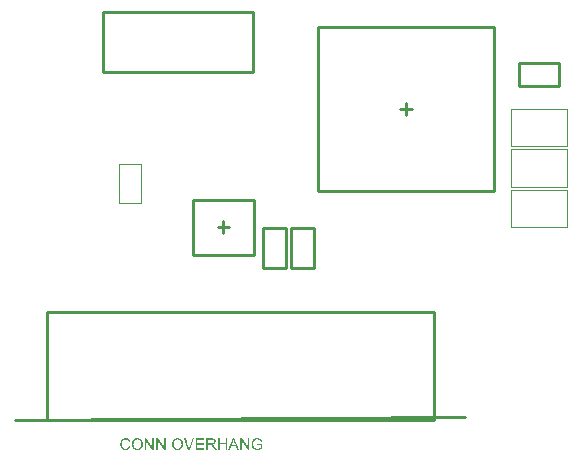
<source format=gbr>
%TF.GenerationSoftware,Altium Limited,Altium Designer,24.2.2 (26)*%
G04 Layer_Color=32768*
%FSLAX45Y45*%
%MOMM*%
%TF.SameCoordinates,49D751E1-909A-4D1D-99CC-CC6D119DB9C5*%
%TF.FilePolarity,Positive*%
%TF.FileFunction,Other,Mechanical_15*%
%TF.Part,Single*%
G01*
G75*
%TA.AperFunction,NonConductor*%
%ADD36C,0.25400*%
%ADD59C,0.05000*%
G36*
X1948331Y-5614908D02*
X1949386Y-5614978D01*
X1950653Y-5615049D01*
X1952060Y-5615260D01*
X1953678Y-5615471D01*
X1955507Y-5615752D01*
X1957407Y-5616174D01*
X1959377Y-5616667D01*
X1961417Y-5617230D01*
X1963458Y-5618004D01*
X1965498Y-5618848D01*
X1967609Y-5619833D01*
X1969579Y-5620959D01*
X1971479Y-5622296D01*
X1971619Y-5622366D01*
X1971901Y-5622647D01*
X1972464Y-5623070D01*
X1973097Y-5623703D01*
X1973941Y-5624406D01*
X1974856Y-5625391D01*
X1975841Y-5626447D01*
X1976967Y-5627713D01*
X1978092Y-5629120D01*
X1979288Y-5630668D01*
X1980414Y-5632427D01*
X1981540Y-5634256D01*
X1982666Y-5636297D01*
X1983651Y-5638478D01*
X1984636Y-5640800D01*
X1985410Y-5643262D01*
X1972745Y-5646217D01*
X1972675Y-5646077D01*
X1972604Y-5645725D01*
X1972393Y-5645232D01*
X1972112Y-5644458D01*
X1971760Y-5643614D01*
X1971338Y-5642629D01*
X1970775Y-5641503D01*
X1970212Y-5640307D01*
X1969579Y-5639041D01*
X1968805Y-5637774D01*
X1968031Y-5636508D01*
X1967116Y-5635171D01*
X1966131Y-5633975D01*
X1965146Y-5632779D01*
X1964021Y-5631724D01*
X1962825Y-5630739D01*
X1962754Y-5630668D01*
X1962543Y-5630527D01*
X1962191Y-5630316D01*
X1961699Y-5629965D01*
X1961066Y-5629613D01*
X1960292Y-5629191D01*
X1959377Y-5628769D01*
X1958392Y-5628276D01*
X1957266Y-5627854D01*
X1956070Y-5627432D01*
X1954733Y-5627010D01*
X1953326Y-5626658D01*
X1951778Y-5626306D01*
X1950160Y-5626095D01*
X1948472Y-5625954D01*
X1946642Y-5625884D01*
X1945587D01*
X1944813Y-5625954D01*
X1943828Y-5626025D01*
X1942702Y-5626165D01*
X1941436Y-5626306D01*
X1940099Y-5626587D01*
X1938621Y-5626869D01*
X1937144Y-5627221D01*
X1935596Y-5627643D01*
X1933978Y-5628135D01*
X1932430Y-5628769D01*
X1930882Y-5629542D01*
X1929334Y-5630316D01*
X1927857Y-5631301D01*
X1927786Y-5631372D01*
X1927505Y-5631512D01*
X1927153Y-5631864D01*
X1926661Y-5632286D01*
X1926027Y-5632849D01*
X1925324Y-5633483D01*
X1924550Y-5634256D01*
X1923706Y-5635101D01*
X1922861Y-5636086D01*
X1921947Y-5637141D01*
X1921102Y-5638337D01*
X1920258Y-5639674D01*
X1919414Y-5641011D01*
X1918640Y-5642488D01*
X1917936Y-5644036D01*
X1917303Y-5645725D01*
Y-5645795D01*
X1917162Y-5646147D01*
X1917022Y-5646639D01*
X1916810Y-5647273D01*
X1916599Y-5648117D01*
X1916318Y-5649102D01*
X1916107Y-5650228D01*
X1915825Y-5651494D01*
X1915544Y-5652831D01*
X1915263Y-5654308D01*
X1914981Y-5655856D01*
X1914770Y-5657475D01*
X1914418Y-5660852D01*
X1914348Y-5662611D01*
X1914278Y-5664440D01*
Y-5664581D01*
Y-5665003D01*
Y-5665636D01*
X1914348Y-5666551D01*
X1914418Y-5667606D01*
X1914489Y-5668873D01*
X1914559Y-5670280D01*
X1914700Y-5671757D01*
X1914911Y-5673446D01*
X1915122Y-5675205D01*
X1915825Y-5678793D01*
X1916177Y-5680693D01*
X1916670Y-5682522D01*
X1917233Y-5684351D01*
X1917866Y-5686110D01*
X1917936Y-5686181D01*
X1918007Y-5686532D01*
X1918218Y-5686955D01*
X1918569Y-5687588D01*
X1918921Y-5688362D01*
X1919414Y-5689276D01*
X1919977Y-5690261D01*
X1920610Y-5691317D01*
X1921384Y-5692372D01*
X1922228Y-5693498D01*
X1923143Y-5694694D01*
X1924128Y-5695820D01*
X1925253Y-5696945D01*
X1926450Y-5698001D01*
X1927716Y-5698986D01*
X1929123Y-5699900D01*
X1929194Y-5699971D01*
X1929475Y-5700112D01*
X1929897Y-5700323D01*
X1930460Y-5700604D01*
X1931164Y-5700956D01*
X1932008Y-5701378D01*
X1932993Y-5701730D01*
X1934048Y-5702152D01*
X1935244Y-5702644D01*
X1936511Y-5702996D01*
X1937918Y-5703418D01*
X1939325Y-5703770D01*
X1940873Y-5704052D01*
X1942421Y-5704263D01*
X1944039Y-5704403D01*
X1945657Y-5704474D01*
X1946150D01*
X1946713Y-5704403D01*
X1947487D01*
X1948401Y-5704263D01*
X1949457Y-5704122D01*
X1950723Y-5703981D01*
X1951989Y-5703700D01*
X1953397Y-5703348D01*
X1954874Y-5702926D01*
X1956422Y-5702433D01*
X1957970Y-5701870D01*
X1959518Y-5701167D01*
X1961066Y-5700323D01*
X1962543Y-5699338D01*
X1964021Y-5698282D01*
X1964091Y-5698212D01*
X1964372Y-5698001D01*
X1964724Y-5697649D01*
X1965217Y-5697086D01*
X1965850Y-5696453D01*
X1966554Y-5695679D01*
X1967328Y-5694694D01*
X1968101Y-5693639D01*
X1968946Y-5692372D01*
X1969790Y-5691035D01*
X1970705Y-5689487D01*
X1971479Y-5687799D01*
X1972323Y-5686040D01*
X1973027Y-5684070D01*
X1973660Y-5682030D01*
X1974223Y-5679778D01*
X1987098Y-5683015D01*
Y-5683085D01*
X1987028Y-5683226D01*
X1986957Y-5683437D01*
X1986887Y-5683718D01*
X1986817Y-5684070D01*
X1986676Y-5684562D01*
X1986324Y-5685618D01*
X1985832Y-5686955D01*
X1985269Y-5688432D01*
X1984565Y-5690121D01*
X1983721Y-5691950D01*
X1982806Y-5693920D01*
X1981751Y-5695890D01*
X1980555Y-5697860D01*
X1979218Y-5699900D01*
X1977741Y-5701870D01*
X1976122Y-5703770D01*
X1974363Y-5705529D01*
X1972464Y-5707218D01*
X1972323Y-5707288D01*
X1971971Y-5707569D01*
X1971408Y-5707992D01*
X1970564Y-5708484D01*
X1969579Y-5709117D01*
X1968313Y-5709821D01*
X1966905Y-5710595D01*
X1965287Y-5711369D01*
X1963528Y-5712143D01*
X1961558Y-5712917D01*
X1959447Y-5713620D01*
X1957196Y-5714253D01*
X1954733Y-5714746D01*
X1952201Y-5715168D01*
X1949527Y-5715450D01*
X1946713Y-5715520D01*
X1945657D01*
X1945165Y-5715450D01*
X1944109D01*
X1942773Y-5715309D01*
X1941225Y-5715168D01*
X1939466Y-5714957D01*
X1937636Y-5714746D01*
X1935596Y-5714394D01*
X1933556Y-5713972D01*
X1931375Y-5713409D01*
X1929264Y-5712846D01*
X1927153Y-5712072D01*
X1925042Y-5711228D01*
X1923002Y-5710243D01*
X1921102Y-5709117D01*
X1920962Y-5709047D01*
X1920680Y-5708836D01*
X1920188Y-5708414D01*
X1919484Y-5707921D01*
X1918640Y-5707288D01*
X1917725Y-5706444D01*
X1916670Y-5705529D01*
X1915544Y-5704403D01*
X1914348Y-5703137D01*
X1913152Y-5701800D01*
X1911885Y-5700252D01*
X1910619Y-5698634D01*
X1909423Y-5696805D01*
X1908227Y-5694905D01*
X1907101Y-5692794D01*
X1906116Y-5690613D01*
Y-5690543D01*
X1906046Y-5690472D01*
X1905905Y-5690050D01*
X1905624Y-5689417D01*
X1905342Y-5688502D01*
X1904920Y-5687377D01*
X1904498Y-5686040D01*
X1904005Y-5684492D01*
X1903583Y-5682803D01*
X1903091Y-5680904D01*
X1902598Y-5678863D01*
X1902176Y-5676753D01*
X1901754Y-5674431D01*
X1901472Y-5672109D01*
X1901191Y-5669647D01*
X1901050Y-5667114D01*
X1900980Y-5664510D01*
Y-5664440D01*
Y-5664299D01*
Y-5664088D01*
Y-5663807D01*
Y-5663455D01*
X1901050Y-5663033D01*
Y-5661977D01*
X1901191Y-5660641D01*
X1901261Y-5659093D01*
X1901472Y-5657334D01*
X1901684Y-5655434D01*
X1902035Y-5653464D01*
X1902387Y-5651353D01*
X1902880Y-5649102D01*
X1903442Y-5646851D01*
X1904076Y-5644599D01*
X1904850Y-5642348D01*
X1905764Y-5640167D01*
X1906749Y-5637985D01*
X1906820Y-5637845D01*
X1907031Y-5637493D01*
X1907383Y-5636930D01*
X1907805Y-5636086D01*
X1908438Y-5635171D01*
X1909141Y-5634116D01*
X1910056Y-5632849D01*
X1911041Y-5631583D01*
X1912097Y-5630246D01*
X1913363Y-5628769D01*
X1914700Y-5627361D01*
X1916177Y-5625954D01*
X1917796Y-5624547D01*
X1919484Y-5623210D01*
X1921313Y-5621944D01*
X1923283Y-5620748D01*
X1923424Y-5620677D01*
X1923776Y-5620466D01*
X1924339Y-5620185D01*
X1925183Y-5619833D01*
X1926168Y-5619341D01*
X1927364Y-5618848D01*
X1928771Y-5618356D01*
X1930249Y-5617793D01*
X1931937Y-5617230D01*
X1933767Y-5616737D01*
X1935737Y-5616174D01*
X1937777Y-5615752D01*
X1939958Y-5615401D01*
X1942210Y-5615119D01*
X1944532Y-5614908D01*
X1946924Y-5614838D01*
X1947909D01*
X1948331Y-5614908D01*
D02*
G37*
G36*
X3062731Y-5614908D02*
X3063716D01*
X3064772Y-5615048D01*
X3065968Y-5615119D01*
X3067305Y-5615260D01*
X3068782Y-5615471D01*
X3070260Y-5615682D01*
X3073496Y-5616315D01*
X3075114Y-5616667D01*
X3076803Y-5617159D01*
X3078421Y-5617652D01*
X3080039Y-5618285D01*
X3080110Y-5618355D01*
X3080391Y-5618426D01*
X3080884Y-5618637D01*
X3081446Y-5618918D01*
X3082150Y-5619270D01*
X3082994Y-5619692D01*
X3083909Y-5620185D01*
X3084964Y-5620747D01*
X3086020Y-5621451D01*
X3087075Y-5622155D01*
X3089327Y-5623773D01*
X3091508Y-5625673D01*
X3092563Y-5626728D01*
X3093478Y-5627854D01*
X3093548Y-5627924D01*
X3093689Y-5628135D01*
X3093970Y-5628487D01*
X3094252Y-5628979D01*
X3094674Y-5629542D01*
X3095166Y-5630316D01*
X3095659Y-5631160D01*
X3096222Y-5632145D01*
X3096785Y-5633201D01*
X3097418Y-5634467D01*
X3098051Y-5635734D01*
X3098614Y-5637141D01*
X3099247Y-5638689D01*
X3099810Y-5640307D01*
X3100373Y-5641996D01*
X3100865Y-5643825D01*
X3089256Y-5646991D01*
Y-5646921D01*
X3089186Y-5646639D01*
X3089045Y-5646287D01*
X3088834Y-5645725D01*
X3088623Y-5645162D01*
X3088412Y-5644388D01*
X3088060Y-5643614D01*
X3087779Y-5642699D01*
X3086934Y-5640870D01*
X3086020Y-5638900D01*
X3084964Y-5637000D01*
X3084402Y-5636156D01*
X3083768Y-5635312D01*
X3083698Y-5635241D01*
X3083628Y-5635100D01*
X3083416Y-5634889D01*
X3083205Y-5634608D01*
X3082854Y-5634256D01*
X3082431Y-5633834D01*
X3081939Y-5633342D01*
X3081376Y-5632849D01*
X3080743Y-5632286D01*
X3080110Y-5631723D01*
X3078491Y-5630598D01*
X3076592Y-5629472D01*
X3074481Y-5628487D01*
X3074411D01*
X3074200Y-5628346D01*
X3073848Y-5628276D01*
X3073426Y-5628065D01*
X3072863Y-5627854D01*
X3072159Y-5627643D01*
X3071385Y-5627431D01*
X3070541Y-5627150D01*
X3069626Y-5626939D01*
X3068571Y-5626728D01*
X3067445Y-5626517D01*
X3066319Y-5626306D01*
X3063787Y-5626024D01*
X3061113Y-5625884D01*
X3060269D01*
X3059635Y-5625954D01*
X3058862D01*
X3057947Y-5626024D01*
X3056962Y-5626095D01*
X3055907Y-5626235D01*
X3054710Y-5626376D01*
X3053444Y-5626517D01*
X3050911Y-5627009D01*
X3048308Y-5627713D01*
X3045775Y-5628628D01*
X3045705D01*
X3045494Y-5628768D01*
X3045142Y-5628909D01*
X3044720Y-5629120D01*
X3044157Y-5629401D01*
X3043524Y-5629683D01*
X3042820Y-5630105D01*
X3042116Y-5630527D01*
X3040428Y-5631512D01*
X3038739Y-5632779D01*
X3036980Y-5634186D01*
X3035432Y-5635734D01*
X3035362Y-5635804D01*
X3035292Y-5635945D01*
X3035081Y-5636156D01*
X3034799Y-5636508D01*
X3034447Y-5636930D01*
X3034096Y-5637352D01*
X3033673Y-5637915D01*
X3033181Y-5638548D01*
X3032196Y-5639955D01*
X3031140Y-5641573D01*
X3030155Y-5643403D01*
X3029241Y-5645302D01*
X3029170Y-5645373D01*
X3029100Y-5645725D01*
X3028889Y-5646217D01*
X3028678Y-5646850D01*
X3028397Y-5647695D01*
X3028115Y-5648680D01*
X3027763Y-5649876D01*
X3027412Y-5651142D01*
X3027060Y-5652549D01*
X3026708Y-5654027D01*
X3026427Y-5655645D01*
X3026145Y-5657404D01*
X3025934Y-5659163D01*
X3025723Y-5661063D01*
X3025653Y-5662962D01*
X3025582Y-5664932D01*
Y-5665003D01*
Y-5665073D01*
Y-5665495D01*
Y-5666199D01*
X3025653Y-5667113D01*
X3025723Y-5668239D01*
X3025793Y-5669506D01*
X3025934Y-5670983D01*
X3026145Y-5672531D01*
X3026356Y-5674220D01*
X3026638Y-5675978D01*
X3027060Y-5677808D01*
X3027482Y-5679637D01*
X3027974Y-5681466D01*
X3028537Y-5683296D01*
X3029241Y-5685055D01*
X3030015Y-5686743D01*
X3030085Y-5686814D01*
X3030226Y-5687095D01*
X3030507Y-5687588D01*
X3030859Y-5688150D01*
X3031352Y-5688924D01*
X3031914Y-5689698D01*
X3032548Y-5690613D01*
X3033322Y-5691598D01*
X3034236Y-5692653D01*
X3035221Y-5693709D01*
X3036277Y-5694834D01*
X3037473Y-5695890D01*
X3038739Y-5696945D01*
X3040076Y-5697930D01*
X3041553Y-5698845D01*
X3043101Y-5699689D01*
X3043172Y-5699759D01*
X3043524Y-5699900D01*
X3043946Y-5700111D01*
X3044579Y-5700322D01*
X3045353Y-5700674D01*
X3046338Y-5701026D01*
X3047393Y-5701378D01*
X3048589Y-5701800D01*
X3049926Y-5702222D01*
X3051333Y-5702574D01*
X3052811Y-5702926D01*
X3054359Y-5703277D01*
X3056047Y-5703488D01*
X3057736Y-5703700D01*
X3059495Y-5703840D01*
X3061254Y-5703911D01*
X3062098D01*
X3062661Y-5703840D01*
X3063435D01*
X3064349Y-5703770D01*
X3065334Y-5703629D01*
X3066460Y-5703488D01*
X3067656Y-5703348D01*
X3068923Y-5703137D01*
X3071667Y-5702574D01*
X3074622Y-5701800D01*
X3076099Y-5701307D01*
X3077577Y-5700745D01*
X3077647Y-5700674D01*
X3077929Y-5700604D01*
X3078351Y-5700393D01*
X3078914Y-5700182D01*
X3079547Y-5699900D01*
X3080321Y-5699548D01*
X3081165Y-5699126D01*
X3082080Y-5698634D01*
X3084050Y-5697649D01*
X3086090Y-5696453D01*
X3088060Y-5695186D01*
X3088904Y-5694553D01*
X3089749Y-5693849D01*
Y-5675697D01*
X3061113D01*
Y-5664229D01*
X3102343D01*
Y-5700393D01*
X3102202Y-5700463D01*
X3101921Y-5700745D01*
X3101428Y-5701096D01*
X3100725Y-5701659D01*
X3099810Y-5702222D01*
X3098825Y-5702996D01*
X3097629Y-5703770D01*
X3096362Y-5704614D01*
X3094885Y-5705529D01*
X3093407Y-5706444D01*
X3091789Y-5707429D01*
X3090030Y-5708343D01*
X3086442Y-5710172D01*
X3084613Y-5710946D01*
X3082713Y-5711720D01*
X3082572Y-5711791D01*
X3082291Y-5711861D01*
X3081728Y-5712072D01*
X3080954Y-5712283D01*
X3080039Y-5712565D01*
X3078984Y-5712916D01*
X3077717Y-5713268D01*
X3076381Y-5713620D01*
X3074833Y-5713972D01*
X3073215Y-5714324D01*
X3071526Y-5714605D01*
X3069767Y-5714957D01*
X3065968Y-5715379D01*
X3063998Y-5715449D01*
X3062028Y-5715520D01*
X3061043D01*
X3060620Y-5715449D01*
X3059635D01*
X3058369Y-5715309D01*
X3056892Y-5715168D01*
X3055203Y-5715027D01*
X3053374Y-5714746D01*
X3051404Y-5714394D01*
X3049363Y-5714042D01*
X3047182Y-5713550D01*
X3044931Y-5712916D01*
X3042679Y-5712213D01*
X3040428Y-5711439D01*
X3038176Y-5710454D01*
X3035925Y-5709399D01*
X3035784Y-5709328D01*
X3035432Y-5709117D01*
X3034799Y-5708765D01*
X3034025Y-5708273D01*
X3033040Y-5707640D01*
X3031914Y-5706866D01*
X3030648Y-5705951D01*
X3029311Y-5704896D01*
X3027904Y-5703700D01*
X3026427Y-5702363D01*
X3024949Y-5700956D01*
X3023471Y-5699337D01*
X3022064Y-5697578D01*
X3020657Y-5695749D01*
X3019391Y-5693779D01*
X3018195Y-5691668D01*
X3018124Y-5691528D01*
X3017913Y-5691105D01*
X3017632Y-5690472D01*
X3017280Y-5689628D01*
X3016858Y-5688502D01*
X3016295Y-5687236D01*
X3015802Y-5685688D01*
X3015240Y-5684070D01*
X3014677Y-5682170D01*
X3014184Y-5680200D01*
X3013692Y-5678089D01*
X3013199Y-5675767D01*
X3012847Y-5673375D01*
X3012566Y-5670913D01*
X3012355Y-5668380D01*
X3012285Y-5665706D01*
Y-5665636D01*
Y-5665566D01*
Y-5665354D01*
Y-5665073D01*
Y-5664721D01*
X3012355Y-5664299D01*
Y-5663314D01*
X3012496Y-5662048D01*
X3012566Y-5660570D01*
X3012777Y-5658881D01*
X3013058Y-5657052D01*
X3013340Y-5655082D01*
X3013762Y-5652971D01*
X3014184Y-5650790D01*
X3014747Y-5648539D01*
X3015451Y-5646217D01*
X3016225Y-5643825D01*
X3017139Y-5641503D01*
X3018195Y-5639181D01*
Y-5639111D01*
X3018265Y-5639041D01*
X3018476Y-5638618D01*
X3018828Y-5637985D01*
X3019320Y-5637141D01*
X3019883Y-5636156D01*
X3020657Y-5634960D01*
X3021572Y-5633623D01*
X3022557Y-5632216D01*
X3023683Y-5630738D01*
X3024949Y-5629261D01*
X3026356Y-5627713D01*
X3027904Y-5626235D01*
X3029593Y-5624758D01*
X3031352Y-5623351D01*
X3033251Y-5622014D01*
X3035292Y-5620818D01*
X3035432Y-5620747D01*
X3035784Y-5620536D01*
X3036417Y-5620255D01*
X3037262Y-5619903D01*
X3038317Y-5619411D01*
X3039583Y-5618918D01*
X3041061Y-5618355D01*
X3042679Y-5617792D01*
X3044509Y-5617300D01*
X3046479Y-5616737D01*
X3048589Y-5616245D01*
X3050841Y-5615752D01*
X3053233Y-5615400D01*
X3055695Y-5615119D01*
X3058299Y-5614908D01*
X3060972Y-5614837D01*
X3062028D01*
X3062731Y-5614908D01*
D02*
G37*
G36*
X2805151Y-5713901D02*
X2792275D01*
Y-5668028D01*
X2741758D01*
Y-5713901D01*
X2728883D01*
Y-5616526D01*
X2741758D01*
Y-5656560D01*
X2792275D01*
Y-5616526D01*
X2805151D01*
Y-5713901D01*
D02*
G37*
G36*
X2993851D02*
X2980553D01*
X2929544Y-5637493D01*
Y-5713901D01*
X2917161D01*
Y-5616526D01*
X2930388D01*
X2981468Y-5693005D01*
Y-5616526D01*
X2993851D01*
Y-5713901D01*
D02*
G37*
G36*
X2283516Y-5713902D02*
X2270219D01*
X2219209Y-5637493D01*
Y-5713902D01*
X2206826D01*
Y-5616526D01*
X2220053D01*
X2271133Y-5693005D01*
Y-5616526D01*
X2283516D01*
Y-5713902D01*
D02*
G37*
G36*
X2185297D02*
X2171999D01*
X2120989Y-5637493D01*
Y-5713902D01*
X2108606D01*
Y-5616526D01*
X2121834D01*
X2172914Y-5693005D01*
Y-5616526D01*
X2185297D01*
Y-5713902D01*
D02*
G37*
G36*
X2489806D02*
X2476508D01*
X2438796Y-5616526D01*
X2452798D01*
X2478056Y-5687306D01*
X2478127Y-5687377D01*
X2478197Y-5687658D01*
X2478338Y-5688151D01*
X2478549Y-5688784D01*
X2478830Y-5689487D01*
X2479112Y-5690402D01*
X2479463Y-5691387D01*
X2479886Y-5692513D01*
X2480237Y-5693709D01*
X2480660Y-5694975D01*
X2481504Y-5697649D01*
X2482418Y-5700463D01*
X2483192Y-5703278D01*
Y-5703207D01*
X2483263Y-5702926D01*
X2483403Y-5702504D01*
X2483615Y-5701941D01*
X2483826Y-5701167D01*
X2484037Y-5700323D01*
X2484388Y-5699338D01*
X2484670Y-5698282D01*
X2485092Y-5697157D01*
X2485444Y-5695890D01*
X2485936Y-5694553D01*
X2486359Y-5693216D01*
X2487344Y-5690261D01*
X2488469Y-5687306D01*
X2514783Y-5616526D01*
X2527940D01*
X2489806Y-5713902D01*
D02*
G37*
G36*
X2907029Y-5713901D02*
X2892395D01*
X2881137Y-5684421D01*
X2840259D01*
X2829635Y-5713901D01*
X2816056D01*
X2853416Y-5616526D01*
X2867206D01*
X2907029Y-5713901D01*
D02*
G37*
G36*
X2675622Y-5616596D02*
X2676747D01*
X2678014Y-5616667D01*
X2679350Y-5616737D01*
X2680898Y-5616878D01*
X2682446Y-5617018D01*
X2684064Y-5617159D01*
X2687371Y-5617652D01*
X2688919Y-5617933D01*
X2690467Y-5618285D01*
X2691945Y-5618707D01*
X2693281Y-5619200D01*
X2693352D01*
X2693563Y-5619340D01*
X2693915Y-5619481D01*
X2694407Y-5619692D01*
X2694970Y-5619974D01*
X2695603Y-5620396D01*
X2696377Y-5620818D01*
X2697151Y-5621310D01*
X2697995Y-5621944D01*
X2698910Y-5622577D01*
X2699825Y-5623351D01*
X2700739Y-5624195D01*
X2701584Y-5625180D01*
X2702498Y-5626165D01*
X2703343Y-5627291D01*
X2704117Y-5628487D01*
X2704187Y-5628557D01*
X2704328Y-5628768D01*
X2704468Y-5629120D01*
X2704750Y-5629613D01*
X2705031Y-5630246D01*
X2705383Y-5631020D01*
X2705805Y-5631864D01*
X2706157Y-5632779D01*
X2706509Y-5633834D01*
X2706931Y-5634960D01*
X2707283Y-5636156D01*
X2707564Y-5637422D01*
X2707845Y-5638759D01*
X2708057Y-5640166D01*
X2708127Y-5641644D01*
X2708197Y-5643121D01*
Y-5643262D01*
Y-5643543D01*
X2708127Y-5644106D01*
Y-5644880D01*
X2707986Y-5645725D01*
X2707845Y-5646780D01*
X2707634Y-5647906D01*
X2707353Y-5649172D01*
X2707001Y-5650509D01*
X2706579Y-5651916D01*
X2706016Y-5653394D01*
X2705383Y-5654871D01*
X2704609Y-5656349D01*
X2703694Y-5657756D01*
X2702639Y-5659233D01*
X2701443Y-5660570D01*
X2701373Y-5660640D01*
X2701161Y-5660852D01*
X2700739Y-5661203D01*
X2700176Y-5661696D01*
X2699473Y-5662259D01*
X2698558Y-5662892D01*
X2697573Y-5663595D01*
X2696377Y-5664369D01*
X2694970Y-5665143D01*
X2693492Y-5665917D01*
X2691734Y-5666621D01*
X2689904Y-5667395D01*
X2687864Y-5668028D01*
X2685683Y-5668661D01*
X2683291Y-5669154D01*
X2680758Y-5669576D01*
X2680828D01*
X2680969Y-5669717D01*
X2681250Y-5669787D01*
X2681602Y-5669998D01*
X2682024Y-5670209D01*
X2682517Y-5670491D01*
X2683642Y-5671124D01*
X2684909Y-5671827D01*
X2686175Y-5672672D01*
X2687371Y-5673516D01*
X2688497Y-5674431D01*
X2688567Y-5674501D01*
X2688778Y-5674642D01*
X2689060Y-5674993D01*
X2689482Y-5675345D01*
X2689975Y-5675908D01*
X2690537Y-5676471D01*
X2691241Y-5677175D01*
X2691945Y-5678019D01*
X2692719Y-5678934D01*
X2693563Y-5679919D01*
X2694477Y-5680974D01*
X2695392Y-5682100D01*
X2696307Y-5683366D01*
X2697292Y-5684633D01*
X2699191Y-5687447D01*
X2716007Y-5713901D01*
X2699895D01*
X2687020Y-5693638D01*
X2686949Y-5693568D01*
X2686738Y-5693287D01*
X2686457Y-5692794D01*
X2686105Y-5692231D01*
X2685612Y-5691457D01*
X2685049Y-5690613D01*
X2684416Y-5689698D01*
X2683783Y-5688713D01*
X2682306Y-5686532D01*
X2680758Y-5684281D01*
X2679210Y-5682170D01*
X2678436Y-5681185D01*
X2677732Y-5680270D01*
X2677662Y-5680200D01*
X2677592Y-5680059D01*
X2677380Y-5679848D01*
X2677099Y-5679496D01*
X2676395Y-5678652D01*
X2675551Y-5677667D01*
X2674496Y-5676612D01*
X2673440Y-5675486D01*
X2672315Y-5674501D01*
X2671189Y-5673727D01*
X2671048Y-5673657D01*
X2670696Y-5673446D01*
X2670134Y-5673094D01*
X2669360Y-5672742D01*
X2668515Y-5672320D01*
X2667530Y-5671827D01*
X2666475Y-5671476D01*
X2665349Y-5671124D01*
X2665279D01*
X2664927Y-5671053D01*
X2664364Y-5670983D01*
X2663661Y-5670842D01*
X2662676Y-5670772D01*
X2661409Y-5670702D01*
X2659932Y-5670631D01*
X2643257D01*
Y-5713901D01*
X2630381D01*
Y-5616526D01*
X2674777D01*
X2675622Y-5616596D01*
D02*
G37*
G36*
X2610118Y-5627995D02*
X2552636D01*
Y-5657826D01*
X2606460D01*
Y-5669295D01*
X2552636D01*
Y-5702433D01*
X2612370D01*
Y-5713902D01*
X2539760D01*
Y-5616526D01*
X2610118D01*
Y-5627995D01*
D02*
G37*
G36*
X2386943Y-5614908D02*
X2387857D01*
X2389053Y-5615049D01*
X2390461Y-5615189D01*
X2392008Y-5615401D01*
X2393697Y-5615612D01*
X2395526Y-5615963D01*
X2397496Y-5616386D01*
X2399537Y-5616948D01*
X2401577Y-5617582D01*
X2403688Y-5618285D01*
X2405799Y-5619200D01*
X2407909Y-5620185D01*
X2409950Y-5621311D01*
X2410090Y-5621381D01*
X2410442Y-5621592D01*
X2411005Y-5621944D01*
X2411709Y-5622507D01*
X2412623Y-5623140D01*
X2413679Y-5623914D01*
X2414804Y-5624899D01*
X2416071Y-5625954D01*
X2417408Y-5627150D01*
X2418744Y-5628487D01*
X2420152Y-5629965D01*
X2421488Y-5631583D01*
X2422825Y-5633342D01*
X2424162Y-5635171D01*
X2425358Y-5637141D01*
X2426484Y-5639252D01*
X2426554Y-5639393D01*
X2426765Y-5639744D01*
X2427047Y-5640378D01*
X2427398Y-5641292D01*
X2427821Y-5642348D01*
X2428313Y-5643684D01*
X2428806Y-5645162D01*
X2429369Y-5646851D01*
X2429861Y-5648680D01*
X2430354Y-5650720D01*
X2430846Y-5652831D01*
X2431268Y-5655153D01*
X2431690Y-5657545D01*
X2431972Y-5660078D01*
X2432112Y-5662681D01*
X2432183Y-5665355D01*
Y-5665425D01*
Y-5665495D01*
Y-5665706D01*
Y-5665988D01*
Y-5666340D01*
X2432112Y-5666832D01*
Y-5667888D01*
X2431972Y-5669154D01*
X2431901Y-5670632D01*
X2431690Y-5672390D01*
X2431409Y-5674220D01*
X2431127Y-5676260D01*
X2430705Y-5678371D01*
X2430213Y-5680552D01*
X2429650Y-5682803D01*
X2428946Y-5685125D01*
X2428172Y-5687377D01*
X2427258Y-5689628D01*
X2426202Y-5691880D01*
X2426132Y-5692020D01*
X2425921Y-5692372D01*
X2425569Y-5693005D01*
X2425077Y-5693779D01*
X2424514Y-5694764D01*
X2423740Y-5695890D01*
X2422825Y-5697157D01*
X2421840Y-5698493D01*
X2420714Y-5699900D01*
X2419448Y-5701308D01*
X2418041Y-5702785D01*
X2416563Y-5704263D01*
X2414875Y-5705670D01*
X2413116Y-5707077D01*
X2411216Y-5708343D01*
X2409246Y-5709540D01*
X2409105Y-5709610D01*
X2408754Y-5709821D01*
X2408120Y-5710102D01*
X2407346Y-5710454D01*
X2406291Y-5710947D01*
X2405095Y-5711439D01*
X2403758Y-5712002D01*
X2402210Y-5712495D01*
X2400451Y-5713057D01*
X2398622Y-5713620D01*
X2396722Y-5714113D01*
X2394612Y-5714605D01*
X2392501Y-5714957D01*
X2390249Y-5715239D01*
X2387928Y-5715450D01*
X2385606Y-5715520D01*
X2384973D01*
X2384269Y-5715450D01*
X2383284Y-5715379D01*
X2382088Y-5715309D01*
X2380681Y-5715168D01*
X2379063Y-5714957D01*
X2377374Y-5714676D01*
X2375474Y-5714324D01*
X2373504Y-5713902D01*
X2371464Y-5713339D01*
X2369424Y-5712706D01*
X2367313Y-5712002D01*
X2365132Y-5711087D01*
X2363021Y-5710102D01*
X2360981Y-5708906D01*
X2360840Y-5708836D01*
X2360488Y-5708625D01*
X2359925Y-5708203D01*
X2359222Y-5707710D01*
X2358307Y-5707007D01*
X2357252Y-5706233D01*
X2356126Y-5705248D01*
X2354859Y-5704192D01*
X2353593Y-5702926D01*
X2352186Y-5701589D01*
X2350849Y-5700112D01*
X2349512Y-5698493D01*
X2348175Y-5696734D01*
X2346909Y-5694905D01*
X2345713Y-5692935D01*
X2344587Y-5690824D01*
X2344517Y-5690684D01*
X2344376Y-5690332D01*
X2344095Y-5689699D01*
X2343743Y-5688784D01*
X2343321Y-5687729D01*
X2342828Y-5686462D01*
X2342336Y-5685055D01*
X2341843Y-5683437D01*
X2341280Y-5681678D01*
X2340788Y-5679778D01*
X2340295Y-5677808D01*
X2339873Y-5675697D01*
X2339521Y-5673446D01*
X2339240Y-5671194D01*
X2339099Y-5668873D01*
X2339029Y-5666480D01*
Y-5666410D01*
Y-5666199D01*
Y-5665847D01*
Y-5665425D01*
X2339099Y-5664862D01*
Y-5664159D01*
X2339170Y-5663385D01*
X2339240Y-5662470D01*
X2339310Y-5661485D01*
X2339451Y-5660430D01*
X2339592Y-5659304D01*
X2339732Y-5658108D01*
X2340155Y-5655505D01*
X2340647Y-5652690D01*
X2341351Y-5649665D01*
X2342195Y-5646569D01*
X2343250Y-5643403D01*
X2344517Y-5640237D01*
X2345994Y-5637141D01*
X2347753Y-5634116D01*
X2348738Y-5632638D01*
X2349723Y-5631231D01*
X2350849Y-5629894D01*
X2352045Y-5628557D01*
X2352115Y-5628487D01*
X2352186Y-5628417D01*
X2352397Y-5628206D01*
X2352678Y-5627995D01*
X2352960Y-5627643D01*
X2353382Y-5627291D01*
X2354437Y-5626376D01*
X2355704Y-5625391D01*
X2357252Y-5624195D01*
X2359081Y-5622999D01*
X2361121Y-5621662D01*
X2363443Y-5620396D01*
X2365976Y-5619200D01*
X2368720Y-5618004D01*
X2371675Y-5616948D01*
X2374911Y-5616104D01*
X2378289Y-5615401D01*
X2380048Y-5615189D01*
X2381877Y-5614978D01*
X2383706Y-5614908D01*
X2385606Y-5614838D01*
X2386239D01*
X2386943Y-5614908D01*
D02*
G37*
G36*
X2046902D02*
X2047817D01*
X2049013Y-5615049D01*
X2050420Y-5615189D01*
X2051968Y-5615401D01*
X2053657Y-5615612D01*
X2055486Y-5615963D01*
X2057456Y-5616386D01*
X2059497Y-5616948D01*
X2061537Y-5617582D01*
X2063648Y-5618285D01*
X2065758Y-5619200D01*
X2067869Y-5620185D01*
X2069909Y-5621311D01*
X2070050Y-5621381D01*
X2070402Y-5621592D01*
X2070965Y-5621944D01*
X2071668Y-5622507D01*
X2072583Y-5623140D01*
X2073638Y-5623914D01*
X2074764Y-5624899D01*
X2076031Y-5625954D01*
X2077367Y-5627150D01*
X2078704Y-5628487D01*
X2080111Y-5629965D01*
X2081448Y-5631583D01*
X2082785Y-5633342D01*
X2084122Y-5635171D01*
X2085318Y-5637141D01*
X2086444Y-5639252D01*
X2086514Y-5639393D01*
X2086725Y-5639744D01*
X2087006Y-5640378D01*
X2087358Y-5641292D01*
X2087780Y-5642348D01*
X2088273Y-5643684D01*
X2088765Y-5645162D01*
X2089328Y-5646851D01*
X2089821Y-5648680D01*
X2090313Y-5650720D01*
X2090806Y-5652831D01*
X2091228Y-5655153D01*
X2091650Y-5657545D01*
X2091932Y-5660078D01*
X2092072Y-5662681D01*
X2092143Y-5665355D01*
Y-5665425D01*
Y-5665495D01*
Y-5665706D01*
Y-5665988D01*
Y-5666340D01*
X2092072Y-5666832D01*
Y-5667888D01*
X2091932Y-5669154D01*
X2091861Y-5670632D01*
X2091650Y-5672390D01*
X2091369Y-5674220D01*
X2091087Y-5676260D01*
X2090665Y-5678371D01*
X2090173Y-5680552D01*
X2089610Y-5682803D01*
X2088906Y-5685125D01*
X2088132Y-5687377D01*
X2087218Y-5689628D01*
X2086162Y-5691880D01*
X2086092Y-5692020D01*
X2085881Y-5692372D01*
X2085529Y-5693005D01*
X2085036Y-5693779D01*
X2084474Y-5694764D01*
X2083700Y-5695890D01*
X2082785Y-5697157D01*
X2081800Y-5698493D01*
X2080674Y-5699900D01*
X2079408Y-5701308D01*
X2078001Y-5702785D01*
X2076523Y-5704263D01*
X2074835Y-5705670D01*
X2073076Y-5707077D01*
X2071176Y-5708343D01*
X2069206Y-5709540D01*
X2069065Y-5709610D01*
X2068713Y-5709821D01*
X2068080Y-5710102D01*
X2067306Y-5710454D01*
X2066251Y-5710947D01*
X2065055Y-5711439D01*
X2063718Y-5712002D01*
X2062170Y-5712495D01*
X2060411Y-5713057D01*
X2058582Y-5713620D01*
X2056682Y-5714113D01*
X2054571Y-5714605D01*
X2052461Y-5714957D01*
X2050209Y-5715239D01*
X2047887Y-5715450D01*
X2045566Y-5715520D01*
X2044932D01*
X2044229Y-5715450D01*
X2043244Y-5715379D01*
X2042048Y-5715309D01*
X2040641Y-5715168D01*
X2039022Y-5714957D01*
X2037334Y-5714676D01*
X2035434Y-5714324D01*
X2033464Y-5713902D01*
X2031424Y-5713339D01*
X2029383Y-5712706D01*
X2027273Y-5712002D01*
X2025091Y-5711087D01*
X2022981Y-5710102D01*
X2020940Y-5708906D01*
X2020800Y-5708836D01*
X2020448Y-5708625D01*
X2019885Y-5708203D01*
X2019181Y-5707710D01*
X2018267Y-5707007D01*
X2017211Y-5706233D01*
X2016086Y-5705248D01*
X2014819Y-5704192D01*
X2013553Y-5702926D01*
X2012146Y-5701589D01*
X2010809Y-5700112D01*
X2009472Y-5698493D01*
X2008135Y-5696734D01*
X2006869Y-5694905D01*
X2005673Y-5692935D01*
X2004547Y-5690824D01*
X2004477Y-5690684D01*
X2004336Y-5690332D01*
X2004054Y-5689699D01*
X2003703Y-5688784D01*
X2003280Y-5687729D01*
X2002788Y-5686462D01*
X2002295Y-5685055D01*
X2001803Y-5683437D01*
X2001240Y-5681678D01*
X2000748Y-5679778D01*
X2000255Y-5677808D01*
X1999833Y-5675697D01*
X1999481Y-5673446D01*
X1999200Y-5671194D01*
X1999059Y-5668873D01*
X1998989Y-5666480D01*
Y-5666410D01*
Y-5666199D01*
Y-5665847D01*
Y-5665425D01*
X1999059Y-5664862D01*
Y-5664159D01*
X1999129Y-5663385D01*
X1999200Y-5662470D01*
X1999270Y-5661485D01*
X1999411Y-5660430D01*
X1999552Y-5659304D01*
X1999692Y-5658108D01*
X2000114Y-5655505D01*
X2000607Y-5652690D01*
X2001310Y-5649665D01*
X2002155Y-5646569D01*
X2003210Y-5643403D01*
X2004477Y-5640237D01*
X2005954Y-5637141D01*
X2007713Y-5634116D01*
X2008698Y-5632638D01*
X2009683Y-5631231D01*
X2010809Y-5629894D01*
X2012005Y-5628557D01*
X2012075Y-5628487D01*
X2012146Y-5628417D01*
X2012357Y-5628206D01*
X2012638Y-5627995D01*
X2012920Y-5627643D01*
X2013342Y-5627291D01*
X2014397Y-5626376D01*
X2015663Y-5625391D01*
X2017211Y-5624195D01*
X2019041Y-5622999D01*
X2021081Y-5621662D01*
X2023403Y-5620396D01*
X2025936Y-5619200D01*
X2028680Y-5618004D01*
X2031635Y-5616948D01*
X2034871Y-5616104D01*
X2038248Y-5615401D01*
X2040007Y-5615189D01*
X2041837Y-5614978D01*
X2043666Y-5614908D01*
X2045566Y-5614838D01*
X2046199D01*
X2046902Y-5614908D01*
D02*
G37*
%LPC*%
G36*
X2859959Y-5626728D02*
Y-5626869D01*
X2859889Y-5627150D01*
X2859748Y-5627643D01*
X2859608Y-5628346D01*
X2859397Y-5629190D01*
X2859186Y-5630175D01*
X2858904Y-5631301D01*
X2858623Y-5632568D01*
X2858201Y-5633975D01*
X2857849Y-5635452D01*
X2857427Y-5636930D01*
X2856934Y-5638548D01*
X2855879Y-5641925D01*
X2854683Y-5645373D01*
X2843988Y-5673938D01*
X2877056D01*
X2866855Y-5646991D01*
Y-5646921D01*
X2866784Y-5646850D01*
X2866643Y-5646428D01*
X2866432Y-5645795D01*
X2866081Y-5644951D01*
X2865729Y-5643895D01*
X2865236Y-5642699D01*
X2864814Y-5641292D01*
X2864251Y-5639814D01*
X2863688Y-5638267D01*
X2863126Y-5636648D01*
X2862000Y-5633271D01*
X2860874Y-5629894D01*
X2860382Y-5628276D01*
X2859959Y-5626728D01*
D02*
G37*
G36*
X2674003Y-5627291D02*
X2643257D01*
Y-5659444D01*
X2672385D01*
X2673089Y-5659374D01*
X2674003D01*
X2674918Y-5659304D01*
X2675973Y-5659233D01*
X2678154Y-5659022D01*
X2680476Y-5658670D01*
X2682728Y-5658248D01*
X2683713Y-5657967D01*
X2684698Y-5657685D01*
X2684768D01*
X2684909Y-5657615D01*
X2685190Y-5657474D01*
X2685542Y-5657334D01*
X2685964Y-5657123D01*
X2686386Y-5656911D01*
X2687512Y-5656278D01*
X2688778Y-5655434D01*
X2690045Y-5654449D01*
X2691241Y-5653253D01*
X2692296Y-5651846D01*
Y-5651775D01*
X2692437Y-5651635D01*
X2692507Y-5651424D01*
X2692719Y-5651142D01*
X2692930Y-5650790D01*
X2693141Y-5650298D01*
X2693633Y-5649242D01*
X2694055Y-5647976D01*
X2694477Y-5646498D01*
X2694759Y-5644880D01*
X2694900Y-5643121D01*
Y-5643051D01*
Y-5642840D01*
Y-5642488D01*
X2694829Y-5641996D01*
X2694759Y-5641362D01*
X2694618Y-5640729D01*
X2694477Y-5639955D01*
X2694266Y-5639111D01*
X2693985Y-5638267D01*
X2693633Y-5637352D01*
X2693281Y-5636367D01*
X2692789Y-5635452D01*
X2692156Y-5634467D01*
X2691522Y-5633553D01*
X2690748Y-5632638D01*
X2689834Y-5631794D01*
X2689763Y-5631723D01*
X2689623Y-5631583D01*
X2689271Y-5631372D01*
X2688919Y-5631090D01*
X2688356Y-5630738D01*
X2687653Y-5630387D01*
X2686879Y-5629964D01*
X2685964Y-5629542D01*
X2684979Y-5629120D01*
X2683783Y-5628698D01*
X2682446Y-5628346D01*
X2681039Y-5627994D01*
X2679491Y-5627713D01*
X2677803Y-5627502D01*
X2675973Y-5627361D01*
X2674003Y-5627291D01*
D02*
G37*
G36*
X2385676Y-5625954D02*
X2385043D01*
X2384339Y-5626025D01*
X2383425Y-5626095D01*
X2382229Y-5626236D01*
X2380822Y-5626447D01*
X2379274Y-5626728D01*
X2377655Y-5627150D01*
X2375826Y-5627643D01*
X2373926Y-5628276D01*
X2372027Y-5629050D01*
X2369986Y-5629894D01*
X2368016Y-5631020D01*
X2366046Y-5632286D01*
X2364076Y-5633694D01*
X2362177Y-5635382D01*
X2362036Y-5635523D01*
X2361754Y-5635804D01*
X2361262Y-5636367D01*
X2360629Y-5637211D01*
X2359925Y-5638196D01*
X2359081Y-5639533D01*
X2358166Y-5641011D01*
X2357252Y-5642770D01*
X2356337Y-5644810D01*
X2355422Y-5647132D01*
X2354648Y-5649735D01*
X2353874Y-5652550D01*
X2353241Y-5655645D01*
X2352960Y-5657334D01*
X2352749Y-5659022D01*
X2352538Y-5660852D01*
X2352467Y-5662751D01*
X2352327Y-5664651D01*
Y-5666691D01*
Y-5666762D01*
Y-5666903D01*
Y-5667114D01*
Y-5667465D01*
X2352397Y-5667888D01*
Y-5668380D01*
Y-5668943D01*
X2352467Y-5669576D01*
X2352608Y-5671054D01*
X2352819Y-5672813D01*
X2353100Y-5674712D01*
X2353523Y-5676753D01*
X2354015Y-5678934D01*
X2354648Y-5681185D01*
X2355422Y-5683507D01*
X2356337Y-5685829D01*
X2357392Y-5688080D01*
X2358659Y-5690332D01*
X2360066Y-5692443D01*
X2361754Y-5694413D01*
X2361895Y-5694553D01*
X2362177Y-5694835D01*
X2362739Y-5695327D01*
X2363443Y-5695960D01*
X2364428Y-5696734D01*
X2365483Y-5697579D01*
X2366820Y-5698493D01*
X2368298Y-5699408D01*
X2369916Y-5700393D01*
X2371745Y-5701308D01*
X2373715Y-5702152D01*
X2375826Y-5702926D01*
X2378007Y-5703559D01*
X2380399Y-5704052D01*
X2382932Y-5704333D01*
X2385535Y-5704474D01*
X2386169D01*
X2386520Y-5704403D01*
X2386943D01*
X2387928Y-5704333D01*
X2389194Y-5704192D01*
X2390601Y-5703911D01*
X2392219Y-5703629D01*
X2393978Y-5703207D01*
X2395808Y-5702644D01*
X2397778Y-5702011D01*
X2399748Y-5701167D01*
X2401718Y-5700182D01*
X2403758Y-5698986D01*
X2405728Y-5697649D01*
X2407628Y-5696031D01*
X2409457Y-5694272D01*
X2409598Y-5694131D01*
X2409879Y-5693779D01*
X2410302Y-5693216D01*
X2410935Y-5692372D01*
X2411638Y-5691317D01*
X2412412Y-5690050D01*
X2413327Y-5688573D01*
X2414171Y-5686814D01*
X2415086Y-5684844D01*
X2415930Y-5682733D01*
X2416704Y-5680341D01*
X2417408Y-5677738D01*
X2418041Y-5674923D01*
X2418463Y-5671898D01*
X2418815Y-5668732D01*
X2418885Y-5665284D01*
Y-5665144D01*
Y-5664792D01*
Y-5664159D01*
X2418815Y-5663314D01*
X2418744Y-5662259D01*
X2418674Y-5661063D01*
X2418533Y-5659726D01*
X2418393Y-5658249D01*
X2418182Y-5656701D01*
X2417900Y-5655012D01*
X2417548Y-5653323D01*
X2417197Y-5651565D01*
X2416704Y-5649806D01*
X2416141Y-5648047D01*
X2415508Y-5646288D01*
X2414804Y-5644599D01*
X2414734Y-5644529D01*
X2414593Y-5644177D01*
X2414382Y-5643755D01*
X2414030Y-5643122D01*
X2413608Y-5642418D01*
X2413116Y-5641503D01*
X2412553Y-5640589D01*
X2411849Y-5639533D01*
X2411075Y-5638478D01*
X2410161Y-5637352D01*
X2409246Y-5636226D01*
X2408191Y-5635101D01*
X2406995Y-5633975D01*
X2405799Y-5632849D01*
X2404462Y-5631864D01*
X2403055Y-5630879D01*
X2402984Y-5630809D01*
X2402703Y-5630668D01*
X2402281Y-5630457D01*
X2401718Y-5630105D01*
X2400944Y-5629754D01*
X2400100Y-5629331D01*
X2399115Y-5628839D01*
X2397989Y-5628417D01*
X2396722Y-5627924D01*
X2395386Y-5627502D01*
X2393978Y-5627080D01*
X2392431Y-5626728D01*
X2390883Y-5626376D01*
X2389194Y-5626165D01*
X2387435Y-5626025D01*
X2385676Y-5625954D01*
D02*
G37*
G36*
X2045636D02*
X2045003D01*
X2044299Y-5626025D01*
X2043385Y-5626095D01*
X2042188Y-5626236D01*
X2040781Y-5626447D01*
X2039233Y-5626728D01*
X2037615Y-5627150D01*
X2035786Y-5627643D01*
X2033886Y-5628276D01*
X2031987Y-5629050D01*
X2029946Y-5629894D01*
X2027976Y-5631020D01*
X2026006Y-5632286D01*
X2024036Y-5633694D01*
X2022136Y-5635382D01*
X2021996Y-5635523D01*
X2021714Y-5635804D01*
X2021222Y-5636367D01*
X2020589Y-5637211D01*
X2019885Y-5638196D01*
X2019041Y-5639533D01*
X2018126Y-5641011D01*
X2017211Y-5642770D01*
X2016297Y-5644810D01*
X2015382Y-5647132D01*
X2014608Y-5649735D01*
X2013834Y-5652550D01*
X2013201Y-5655645D01*
X2012920Y-5657334D01*
X2012708Y-5659022D01*
X2012497Y-5660852D01*
X2012427Y-5662751D01*
X2012286Y-5664651D01*
Y-5666691D01*
Y-5666762D01*
Y-5666903D01*
Y-5667114D01*
Y-5667465D01*
X2012357Y-5667888D01*
Y-5668380D01*
Y-5668943D01*
X2012427Y-5669576D01*
X2012568Y-5671054D01*
X2012779Y-5672813D01*
X2013060Y-5674712D01*
X2013482Y-5676753D01*
X2013975Y-5678934D01*
X2014608Y-5681185D01*
X2015382Y-5683507D01*
X2016297Y-5685829D01*
X2017352Y-5688080D01*
X2018619Y-5690332D01*
X2020026Y-5692443D01*
X2021714Y-5694413D01*
X2021855Y-5694553D01*
X2022136Y-5694835D01*
X2022699Y-5695327D01*
X2023403Y-5695960D01*
X2024388Y-5696734D01*
X2025443Y-5697579D01*
X2026780Y-5698493D01*
X2028258Y-5699408D01*
X2029876Y-5700393D01*
X2031705Y-5701308D01*
X2033675Y-5702152D01*
X2035786Y-5702926D01*
X2037967Y-5703559D01*
X2040359Y-5704052D01*
X2042892Y-5704333D01*
X2045495Y-5704474D01*
X2046128D01*
X2046480Y-5704403D01*
X2046902D01*
X2047887Y-5704333D01*
X2049154Y-5704192D01*
X2050561Y-5703911D01*
X2052179Y-5703629D01*
X2053938Y-5703207D01*
X2055768Y-5702644D01*
X2057738Y-5702011D01*
X2059708Y-5701167D01*
X2061678Y-5700182D01*
X2063718Y-5698986D01*
X2065688Y-5697649D01*
X2067588Y-5696031D01*
X2069417Y-5694272D01*
X2069558Y-5694131D01*
X2069839Y-5693779D01*
X2070261Y-5693216D01*
X2070895Y-5692372D01*
X2071598Y-5691317D01*
X2072372Y-5690050D01*
X2073287Y-5688573D01*
X2074131Y-5686814D01*
X2075046Y-5684844D01*
X2075890Y-5682733D01*
X2076664Y-5680341D01*
X2077367Y-5677738D01*
X2078001Y-5674923D01*
X2078423Y-5671898D01*
X2078775Y-5668732D01*
X2078845Y-5665284D01*
Y-5665144D01*
Y-5664792D01*
Y-5664159D01*
X2078775Y-5663314D01*
X2078704Y-5662259D01*
X2078634Y-5661063D01*
X2078493Y-5659726D01*
X2078352Y-5658249D01*
X2078141Y-5656701D01*
X2077860Y-5655012D01*
X2077508Y-5653323D01*
X2077156Y-5651565D01*
X2076664Y-5649806D01*
X2076101Y-5648047D01*
X2075468Y-5646288D01*
X2074764Y-5644599D01*
X2074694Y-5644529D01*
X2074553Y-5644177D01*
X2074342Y-5643755D01*
X2073990Y-5643122D01*
X2073568Y-5642418D01*
X2073076Y-5641503D01*
X2072513Y-5640589D01*
X2071809Y-5639533D01*
X2071035Y-5638478D01*
X2070121Y-5637352D01*
X2069206Y-5636226D01*
X2068151Y-5635101D01*
X2066954Y-5633975D01*
X2065758Y-5632849D01*
X2064422Y-5631864D01*
X2063014Y-5630879D01*
X2062944Y-5630809D01*
X2062663Y-5630668D01*
X2062240Y-5630457D01*
X2061678Y-5630105D01*
X2060904Y-5629754D01*
X2060059Y-5629331D01*
X2059074Y-5628839D01*
X2057949Y-5628417D01*
X2056682Y-5627924D01*
X2055345Y-5627502D01*
X2053938Y-5627080D01*
X2052390Y-5626728D01*
X2050842Y-5626376D01*
X2049154Y-5626165D01*
X2047395Y-5626025D01*
X2045636Y-5625954D01*
D02*
G37*
%LPD*%
D36*
X1011980Y-5461520D02*
X4821980Y-5436120D01*
X1278680Y-5461520D02*
Y-4547120D01*
X4555280Y-5461520D02*
Y-4547120D01*
X1278680D02*
X4555280D01*
X1278680Y-5461520D02*
X4555280D01*
X3108285Y-4176288D02*
Y-3839287D01*
X3300285Y-4176288D02*
Y-3839287D01*
X3108285D02*
X3300285D01*
X3108285Y-4176288D02*
X3300285D01*
X3347045D02*
Y-3839287D01*
X3539045Y-4176288D02*
Y-3839287D01*
X3347045D02*
X3539045D01*
X3347045Y-4176288D02*
X3539045D01*
X3578420Y-3524560D02*
Y-2134560D01*
X5063420Y-3524560D02*
Y-2134560D01*
X3578420D02*
X5063420D01*
X3578420Y-3524560D02*
X5063420D01*
X4270920Y-2829560D02*
X4370920D01*
X4320920Y-2879560D02*
Y-2779560D01*
X2513180Y-4060320D02*
Y-3600320D01*
X3034180Y-4060320D02*
Y-3600320D01*
X2513180D02*
X3034180D01*
X2513180Y-4060320D02*
X3034180D01*
X2723680Y-3830320D02*
X2823680D01*
X2773680Y-3880320D02*
Y-3780320D01*
X3021520Y-2514600D02*
Y-2006600D01*
X1751520Y-2514600D02*
Y-2006600D01*
Y-2514600D02*
X3021520D01*
X1751520Y-2006600D02*
X3021520D01*
X5277260Y-2441460D02*
X5614260D01*
X5277260Y-2633460D02*
X5614260D01*
Y-2441460D01*
X5277260Y-2633460D02*
Y-2441460D01*
D59*
X5210260Y-3510300D02*
X5681260D01*
X5210260Y-3830300D02*
X5681260D01*
Y-3510300D01*
X5210260Y-3830300D02*
Y-3510300D01*
X5207720Y-3167400D02*
X5678720D01*
X5207720Y-3487400D02*
X5678720D01*
Y-3167400D01*
X5207720Y-3487400D02*
Y-3167400D01*
Y-2824500D02*
X5678720D01*
X5207720Y-3144500D02*
X5678720D01*
Y-2824500D01*
X5207720Y-3144500D02*
Y-2824500D01*
X1887740Y-3627980D02*
X2079740D01*
X1887740Y-3290980D02*
X2079740D01*
Y-3627980D02*
Y-3290980D01*
X1887740Y-3627980D02*
Y-3290980D01*
%TF.MD5,a42c48ac026747954cd5aee6d182bd18*%
M02*

</source>
